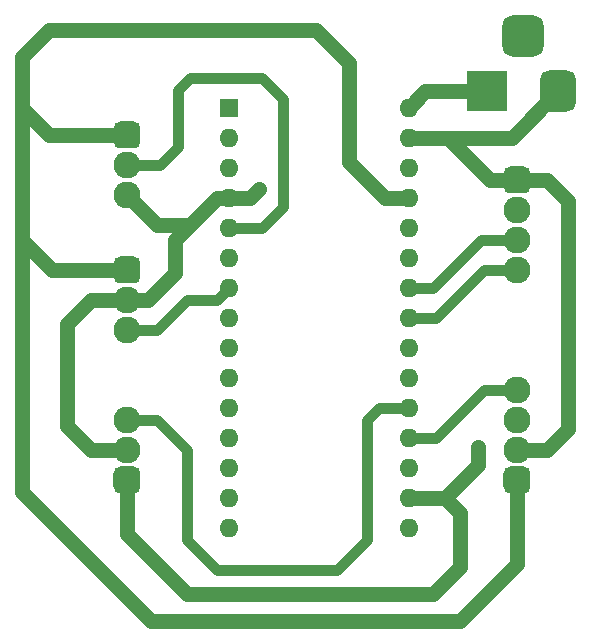
<source format=gbr>
%TF.GenerationSoftware,KiCad,Pcbnew,7.0.5-7.0.5~ubuntu20.04.1*%
%TF.CreationDate,2023-06-14T09:42:23-05:00*%
%TF.ProjectId,Gotchiplant,476f7463-6869-4706-9c61-6e742e6b6963,rev?*%
%TF.SameCoordinates,Original*%
%TF.FileFunction,Copper,L2,Bot*%
%TF.FilePolarity,Positive*%
%FSLAX46Y46*%
G04 Gerber Fmt 4.6, Leading zero omitted, Abs format (unit mm)*
G04 Created by KiCad (PCBNEW 7.0.5-7.0.5~ubuntu20.04.1) date 2023-06-14 09:42:23*
%MOMM*%
%LPD*%
G01*
G04 APERTURE LIST*
G04 Aperture macros list*
%AMRoundRect*
0 Rectangle with rounded corners*
0 $1 Rounding radius*
0 $2 $3 $4 $5 $6 $7 $8 $9 X,Y pos of 4 corners*
0 Add a 4 corners polygon primitive as box body*
4,1,4,$2,$3,$4,$5,$6,$7,$8,$9,$2,$3,0*
0 Add four circle primitives for the rounded corners*
1,1,$1+$1,$2,$3*
1,1,$1+$1,$4,$5*
1,1,$1+$1,$6,$7*
1,1,$1+$1,$8,$9*
0 Add four rect primitives between the rounded corners*
20,1,$1+$1,$2,$3,$4,$5,0*
20,1,$1+$1,$4,$5,$6,$7,0*
20,1,$1+$1,$6,$7,$8,$9,0*
20,1,$1+$1,$8,$9,$2,$3,0*%
G04 Aperture macros list end*
%TA.AperFunction,ComponentPad*%
%ADD10R,1.600000X1.600000*%
%TD*%
%TA.AperFunction,ComponentPad*%
%ADD11O,1.600000X1.600000*%
%TD*%
%TA.AperFunction,ComponentPad*%
%ADD12RoundRect,0.571500X-0.571500X0.571500X-0.571500X-0.571500X0.571500X-0.571500X0.571500X0.571500X0*%
%TD*%
%TA.AperFunction,ComponentPad*%
%ADD13C,2.286000*%
%TD*%
%TA.AperFunction,ComponentPad*%
%ADD14R,3.500000X3.500000*%
%TD*%
%TA.AperFunction,ComponentPad*%
%ADD15RoundRect,0.750000X0.750000X1.000000X-0.750000X1.000000X-0.750000X-1.000000X0.750000X-1.000000X0*%
%TD*%
%TA.AperFunction,ComponentPad*%
%ADD16RoundRect,0.875000X0.875000X0.875000X-0.875000X0.875000X-0.875000X-0.875000X0.875000X-0.875000X0*%
%TD*%
%TA.AperFunction,ComponentPad*%
%ADD17RoundRect,0.571500X-0.571500X-0.571500X0.571500X-0.571500X0.571500X0.571500X-0.571500X0.571500X0*%
%TD*%
%TA.AperFunction,ComponentPad*%
%ADD18RoundRect,0.571500X0.571500X-0.571500X0.571500X0.571500X-0.571500X0.571500X-0.571500X-0.571500X0*%
%TD*%
%TA.AperFunction,ViaPad*%
%ADD19C,1.020000*%
%TD*%
%TA.AperFunction,Conductor*%
%ADD20C,1.300000*%
%TD*%
%TA.AperFunction,Conductor*%
%ADD21C,0.900000*%
%TD*%
G04 APERTURE END LIST*
D10*
%TO.P,A1,1,D1/TX*%
%TO.N,unconnected-(A1-D1{slash}TX-Pad1)*%
X39116000Y-24384000D03*
D11*
%TO.P,A1,2,D0/RX*%
%TO.N,unconnected-(A1-D0{slash}RX-Pad2)*%
X39116000Y-26924000D03*
%TO.P,A1,3,~{RESET}*%
%TO.N,unconnected-(A1-~{RESET}-Pad3)*%
X39116000Y-29464000D03*
%TO.P,A1,4,GND*%
%TO.N,GND*%
X39116000Y-32004000D03*
%TO.P,A1,5,D2*%
%TO.N,Net-(A1-D2)*%
X39116000Y-34544000D03*
%TO.P,A1,6,D3*%
%TO.N,unconnected-(A1-D3-Pad6)*%
X39116000Y-37084000D03*
%TO.P,A1,7,D4*%
%TO.N,Net-(A1-D4)*%
X39116000Y-39624000D03*
%TO.P,A1,8,D5*%
%TO.N,unconnected-(A1-D5-Pad8)*%
X39116000Y-42164000D03*
%TO.P,A1,9,D6*%
%TO.N,unconnected-(A1-D6-Pad9)*%
X39116000Y-44704000D03*
%TO.P,A1,10,D7*%
%TO.N,unconnected-(A1-D7-Pad10)*%
X39116000Y-47244000D03*
%TO.P,A1,11,D8*%
%TO.N,unconnected-(A1-D8-Pad11)*%
X39116000Y-49784000D03*
%TO.P,A1,12,D9*%
%TO.N,unconnected-(A1-D9-Pad12)*%
X39116000Y-52324000D03*
%TO.P,A1,13,D10*%
%TO.N,unconnected-(A1-D10-Pad13)*%
X39116000Y-54864000D03*
%TO.P,A1,14,D11*%
%TO.N,unconnected-(A1-D11-Pad14)*%
X39116000Y-57404000D03*
%TO.P,A1,15,D12*%
%TO.N,unconnected-(A1-D12-Pad15)*%
X39116000Y-59944000D03*
%TO.P,A1,16,D13*%
%TO.N,unconnected-(A1-D13-Pad16)*%
X54356000Y-59944000D03*
%TO.P,A1,17,3V3*%
%TO.N,Net-(A1-3V3)*%
X54356000Y-57404000D03*
%TO.P,A1,18,AREF*%
%TO.N,unconnected-(A1-AREF-Pad18)*%
X54356000Y-54864000D03*
%TO.P,A1,19,A0*%
%TO.N,Net-(A1-A0)*%
X54356000Y-52324000D03*
%TO.P,A1,20,A1*%
%TO.N,Net-(A1-A1)*%
X54356000Y-49784000D03*
%TO.P,A1,21,A2*%
%TO.N,unconnected-(A1-A2-Pad21)*%
X54356000Y-47244000D03*
%TO.P,A1,22,A3*%
%TO.N,unconnected-(A1-A3-Pad22)*%
X54356000Y-44704000D03*
%TO.P,A1,23,A4*%
%TO.N,Net-(A1-A4)*%
X54356000Y-42164000D03*
%TO.P,A1,24,A5*%
%TO.N,Net-(A1-A5)*%
X54356000Y-39624000D03*
%TO.P,A1,25,A6*%
%TO.N,unconnected-(A1-A6-Pad25)*%
X54356000Y-37084000D03*
%TO.P,A1,26,A7*%
%TO.N,unconnected-(A1-A7-Pad26)*%
X54356000Y-34544000D03*
%TO.P,A1,27,+5V*%
%TO.N,Net-(A1-+5V)*%
X54356000Y-32004000D03*
%TO.P,A1,28,~{RESET}*%
%TO.N,unconnected-(A1-~{RESET}-Pad28)*%
X54356000Y-29464000D03*
%TO.P,A1,29,GND*%
%TO.N,GND*%
X54356000Y-26924000D03*
%TO.P,A1,30,VIN*%
%TO.N,+5V*%
X54356000Y-24384000D03*
%TD*%
D12*
%TO.P,U6,1,Vcc*%
%TO.N,Net-(A1-3V3)*%
X30480000Y-55880000D03*
D13*
%TO.P,U6,2,GND*%
%TO.N,GND*%
X30480000Y-53340000D03*
%TO.P,U6,3,D0*%
%TO.N,Net-(A1-A1)*%
X30480000Y-50800000D03*
%TD*%
D14*
%TO.P,J1,1*%
%TO.N,+5V*%
X61008000Y-22988000D03*
D15*
%TO.P,J1,2*%
%TO.N,GND*%
X67008000Y-22988000D03*
D16*
%TO.P,J1,3*%
%TO.N,N/C*%
X64008000Y-18288000D03*
%TD*%
D17*
%TO.P,U3,1,Vcc*%
%TO.N,Net-(A1-+5V)*%
X30480000Y-38100000D03*
D13*
%TO.P,U3,2,GND*%
%TO.N,GND*%
X30480000Y-40640000D03*
%TO.P,U3,3,D0*%
%TO.N,Net-(A1-D4)*%
X30480000Y-43180000D03*
%TD*%
D12*
%TO.P,U5,1,Vcc*%
%TO.N,Net-(A1-+5V)*%
X63500000Y-55880000D03*
D13*
%TO.P,U5,2,GND*%
%TO.N,GND*%
X63500000Y-53340000D03*
%TO.P,U5,3,D0*%
%TO.N,unconnected-(U5-D0-Pad3)*%
X63500000Y-50800000D03*
%TO.P,U5,4,A0*%
%TO.N,Net-(A1-A0)*%
X63500000Y-48260000D03*
%TD*%
D18*
%TO.P,U2,1,Vcc*%
%TO.N,Net-(A1-+5V)*%
X30480000Y-26670000D03*
D13*
%TO.P,U2,2,DATA*%
%TO.N,Net-(A1-D2)*%
X30480000Y-29210000D03*
%TO.P,U2,3,GND*%
%TO.N,GND*%
X30480000Y-31750000D03*
%TD*%
D18*
%TO.P,U4,1,GND*%
%TO.N,GND*%
X63500000Y-30480000D03*
D13*
%TO.P,U4,2,VDD*%
%TO.N,Net-(A1-3V3)*%
X63500000Y-33020000D03*
%TO.P,U4,3,SCK*%
%TO.N,Net-(A1-A5)*%
X63500000Y-35560000D03*
%TO.P,U4,4,SDA*%
%TO.N,Net-(A1-A4)*%
X63500000Y-38100000D03*
%TD*%
D19*
%TO.N,GND*%
X41656000Y-31242000D03*
%TO.N,Net-(A1-3V3)*%
X60198000Y-53086000D03*
%TD*%
D20*
%TO.N,GND*%
X66040000Y-53340000D02*
X63500000Y-53340000D01*
X32258000Y-40640000D02*
X34544000Y-38354000D01*
X63500000Y-30480000D02*
X61214000Y-30480000D01*
X27432000Y-40640000D02*
X25400000Y-42672000D01*
X57658000Y-26924000D02*
X54356000Y-26924000D01*
X67818000Y-51562000D02*
X66040000Y-53340000D01*
X66929000Y-31369000D02*
X67818000Y-32258000D01*
X30480000Y-40640000D02*
X27432000Y-40640000D01*
X61214000Y-30480000D02*
X57658000Y-26924000D01*
X30480000Y-40640000D02*
X32258000Y-40640000D01*
X40894000Y-32004000D02*
X41656000Y-31242000D01*
X57658000Y-26924000D02*
X63072000Y-26924000D01*
X66040000Y-30480000D02*
X66929000Y-31369000D01*
X25400000Y-42672000D02*
X25400000Y-51308000D01*
X25400000Y-51308000D02*
X27432000Y-53340000D01*
X63072000Y-26924000D02*
X67008000Y-22988000D01*
X39116000Y-32004000D02*
X38100000Y-32004000D01*
X34544000Y-35560000D02*
X35814000Y-34290000D01*
X39116000Y-32004000D02*
X40894000Y-32004000D01*
X34544000Y-34290000D02*
X33020000Y-34290000D01*
X63500000Y-30480000D02*
X66040000Y-30480000D01*
X27432000Y-53340000D02*
X30480000Y-53340000D01*
X34544000Y-38354000D02*
X34544000Y-35560000D01*
X38100000Y-32004000D02*
X35814000Y-34290000D01*
X35814000Y-34290000D02*
X34544000Y-34290000D01*
X33020000Y-34290000D02*
X30480000Y-31750000D01*
X67818000Y-32258000D02*
X67818000Y-51562000D01*
D21*
%TO.N,Net-(A1-D2)*%
X34798000Y-27686000D02*
X34798000Y-22860000D01*
X41910000Y-21844000D02*
X43688000Y-23622000D01*
X35814000Y-21844000D02*
X41910000Y-21844000D01*
X41910000Y-34544000D02*
X39116000Y-34544000D01*
X30480000Y-29210000D02*
X33274000Y-29210000D01*
X43688000Y-23622000D02*
X43688000Y-32766000D01*
X34798000Y-22860000D02*
X35814000Y-21844000D01*
X43688000Y-32766000D02*
X41910000Y-34544000D01*
X33274000Y-29210000D02*
X34798000Y-27686000D01*
%TO.N,Net-(A1-D4)*%
X30480000Y-43180000D02*
X33020000Y-43180000D01*
X35560000Y-40640000D02*
X38100000Y-40640000D01*
X38100000Y-40640000D02*
X39116000Y-39624000D01*
X33020000Y-43180000D02*
X35560000Y-40640000D01*
D20*
%TO.N,Net-(A1-3V3)*%
X60198000Y-54610000D02*
X60198000Y-53086000D01*
X30480000Y-60452000D02*
X30480000Y-55880000D01*
X58674000Y-63246000D02*
X56388000Y-65532000D01*
X35560000Y-65532000D02*
X30480000Y-60452000D01*
X56388000Y-65532000D02*
X35560000Y-65532000D01*
X58674000Y-58674000D02*
X58674000Y-63246000D01*
X54356000Y-57404000D02*
X57404000Y-57404000D01*
X57404000Y-57404000D02*
X60198000Y-54610000D01*
X57404000Y-57404000D02*
X58674000Y-58674000D01*
D21*
%TO.N,Net-(A1-A0)*%
X60706000Y-48260000D02*
X56642000Y-52324000D01*
X56642000Y-52324000D02*
X54356000Y-52324000D01*
X63500000Y-48260000D02*
X60706000Y-48260000D01*
%TO.N,Net-(A1-A1)*%
X50800000Y-50800000D02*
X51816000Y-49784000D01*
X51816000Y-49784000D02*
X54356000Y-49784000D01*
X35560000Y-60960000D02*
X38100000Y-63500000D01*
X35560000Y-53340000D02*
X35560000Y-60960000D01*
X30480000Y-50800000D02*
X33020000Y-50800000D01*
X48260000Y-63500000D02*
X50800000Y-60960000D01*
X50800000Y-60960000D02*
X50800000Y-58420000D01*
X33020000Y-50800000D02*
X35560000Y-53340000D01*
X45720000Y-63500000D02*
X48260000Y-63500000D01*
X50800000Y-58420000D02*
X50800000Y-50800000D01*
X38100000Y-63500000D02*
X45720000Y-63500000D01*
%TO.N,Net-(A1-A4)*%
X60706000Y-38100000D02*
X56642000Y-42164000D01*
X56642000Y-42164000D02*
X54356000Y-42164000D01*
X63500000Y-38100000D02*
X60706000Y-38100000D01*
%TO.N,Net-(A1-A5)*%
X60452000Y-35560000D02*
X56388000Y-39624000D01*
X63500000Y-35560000D02*
X60452000Y-35560000D01*
X56388000Y-39624000D02*
X54356000Y-39624000D01*
D20*
%TO.N,Net-(A1-+5V)*%
X49276000Y-20574000D02*
X49276000Y-28956000D01*
X21590000Y-20066000D02*
X21590000Y-24384000D01*
X58674000Y-67818000D02*
X63500000Y-62992000D01*
X23876000Y-26670000D02*
X21590000Y-24384000D01*
X46482000Y-17780000D02*
X23876000Y-17780000D01*
X21590000Y-35560000D02*
X24130000Y-38100000D01*
X32512000Y-67818000D02*
X58674000Y-67818000D01*
X21590000Y-56896000D02*
X32512000Y-67818000D01*
X21590000Y-24384000D02*
X21590000Y-35560000D01*
X23876000Y-17780000D02*
X21590000Y-20066000D01*
X52324000Y-32004000D02*
X54356000Y-32004000D01*
X63500000Y-62992000D02*
X63500000Y-55880000D01*
X24130000Y-38100000D02*
X30480000Y-38100000D01*
X46482000Y-17780000D02*
X49276000Y-20574000D01*
X21590000Y-35560000D02*
X21590000Y-56896000D01*
X30480000Y-26670000D02*
X23876000Y-26670000D01*
X49276000Y-28956000D02*
X52324000Y-32004000D01*
%TO.N,+5V*%
X61008000Y-22988000D02*
X55752000Y-22988000D01*
X55752000Y-22988000D02*
X54356000Y-24384000D01*
%TD*%
M02*

</source>
